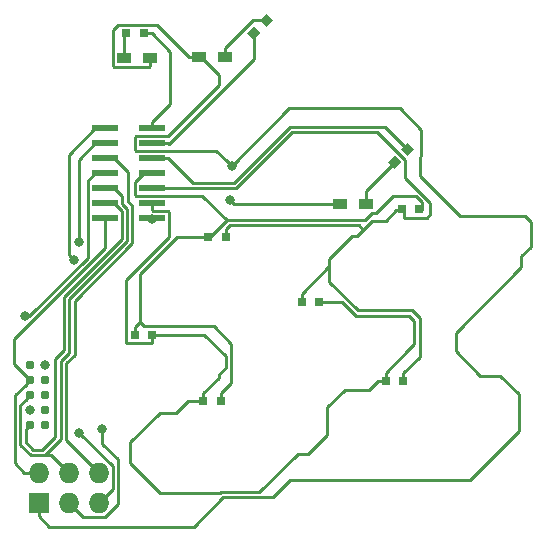
<source format=gbr>
G04 #@! TF.FileFunction,Copper,L2,Bot,Signal*
%FSLAX46Y46*%
G04 Gerber Fmt 4.6, Leading zero omitted, Abs format (unit mm)*
G04 Created by KiCad (PCBNEW 4.0.5+dfsg1-4) date Sun Sep 22 15:40:00 2019*
%MOMM*%
%LPD*%
G01*
G04 APERTURE LIST*
%ADD10C,0.100000*%
%ADD11R,0.797560X0.797560*%
%ADD12R,2.200000X0.600000*%
%ADD13R,1.727200X1.727200*%
%ADD14O,1.727200X1.727200*%
%ADD15R,1.200000X0.900000*%
%ADD16C,0.787400*%
%ADD17C,0.800000*%
%ADD18C,0.250000*%
G04 APERTURE END LIST*
D10*
D11*
X59750700Y-39300000D03*
X61249300Y-39300000D03*
X58400700Y-53850000D03*
X59899300Y-53850000D03*
X51275700Y-47175000D03*
X52774300Y-47175000D03*
X42950700Y-55575000D03*
X44449300Y-55575000D03*
X37150700Y-49975000D03*
X38649300Y-49975000D03*
X43375700Y-41700000D03*
X44874300Y-41700000D03*
X37924300Y-24450000D03*
X36425700Y-24450000D03*
D10*
G36*
X47222165Y-24969795D02*
X46658205Y-24405835D01*
X47222165Y-23841875D01*
X47786125Y-24405835D01*
X47222165Y-24969795D01*
X47222165Y-24969795D01*
G37*
G36*
X48281835Y-23910125D02*
X47717875Y-23346165D01*
X48281835Y-22782205D01*
X48845795Y-23346165D01*
X48281835Y-23910125D01*
X48281835Y-23910125D01*
G37*
G36*
X60219835Y-33704205D02*
X60783795Y-34268165D01*
X60219835Y-34832125D01*
X59655875Y-34268165D01*
X60219835Y-33704205D01*
X60219835Y-33704205D01*
G37*
G36*
X59160165Y-34763875D02*
X59724125Y-35327835D01*
X59160165Y-35891795D01*
X58596205Y-35327835D01*
X59160165Y-34763875D01*
X59160165Y-34763875D01*
G37*
D12*
X38625000Y-40105000D03*
X34625000Y-40105000D03*
X38625000Y-38835000D03*
X34625000Y-38835000D03*
X38625000Y-37565000D03*
X34625000Y-37565000D03*
X38625000Y-36295000D03*
X34625000Y-36295000D03*
X38625000Y-35025000D03*
X34625000Y-35025000D03*
X38625000Y-33755000D03*
X34625000Y-33755000D03*
X38625000Y-32485000D03*
X34625000Y-32485000D03*
D13*
X29025000Y-64200000D03*
D14*
X29025000Y-61660000D03*
X31565000Y-64200000D03*
X31565000Y-61660000D03*
X34105000Y-64200000D03*
X34105000Y-61660000D03*
D15*
X36235001Y-26520000D03*
X38435001Y-26520000D03*
X44788000Y-26416000D03*
X42588000Y-26416000D03*
X56726000Y-38862000D03*
X54526000Y-38862000D03*
D16*
X28305000Y-57615000D03*
X28305000Y-56345000D03*
X28305000Y-55075000D03*
X28305000Y-53805000D03*
X28305000Y-52535000D03*
X29575000Y-52535000D03*
X29575000Y-53805000D03*
X29575000Y-55075000D03*
X29575000Y-56345000D03*
X29575000Y-57615000D03*
D17*
X38611506Y-40197347D03*
X45350000Y-35670000D03*
X45260000Y-38560000D03*
X28305000Y-56345000D03*
X29575000Y-52535000D03*
X27845084Y-48395084D03*
X34390000Y-57980000D03*
X32410000Y-42070000D03*
X32470000Y-58261134D03*
X31989617Y-43609617D03*
D18*
X44339065Y-63390000D02*
X44442275Y-63286790D01*
X42950700Y-55575000D02*
X41665000Y-55575000D01*
X41665000Y-55575000D02*
X40650000Y-56590000D01*
X40650000Y-56590000D02*
X39260000Y-56590000D01*
X39260000Y-56590000D02*
X36780000Y-59070000D01*
X56981920Y-54620000D02*
X57751920Y-53850000D01*
X36780000Y-59070000D02*
X36780000Y-60850000D01*
X36780000Y-60850000D02*
X39320000Y-63390000D01*
X53440000Y-58430000D02*
X53440000Y-56110000D01*
X47693210Y-63286790D02*
X50960000Y-60020000D01*
X50960000Y-60020000D02*
X51850000Y-60020000D01*
X39320000Y-63390000D02*
X44339065Y-63390000D01*
X44442275Y-63286790D02*
X47693210Y-63286790D01*
X51850000Y-60020000D02*
X53440000Y-58430000D01*
X53440000Y-56110000D02*
X54930000Y-54620000D01*
X54930000Y-54620000D02*
X56981920Y-54620000D01*
X57751920Y-53850000D02*
X58400700Y-53850000D01*
X38625000Y-38835000D02*
X38625000Y-39385000D01*
X38716799Y-39476799D02*
X39987561Y-39476799D01*
X38625000Y-39385000D02*
X38716799Y-39476799D01*
X39987561Y-39476799D02*
X40053201Y-39542439D01*
X40053201Y-39542439D02*
X40053201Y-41725865D01*
X38571099Y-50701981D02*
X38649300Y-50623780D01*
X40053201Y-41725865D02*
X36423719Y-45355347D01*
X36423719Y-45355347D02*
X36423719Y-50636341D01*
X36423719Y-50636341D02*
X36489359Y-50701981D01*
X36489359Y-50701981D02*
X38571099Y-50701981D01*
X38649300Y-50623780D02*
X38649300Y-49975000D01*
X44840000Y-51800000D02*
X43015000Y-49975000D01*
X43015000Y-49975000D02*
X38649300Y-49975000D01*
X44840000Y-52770000D02*
X44840000Y-51800000D01*
X44286920Y-53590000D02*
X44286920Y-53323080D01*
X44286920Y-53323080D02*
X44840000Y-52770000D01*
X42950700Y-55575000D02*
X42950700Y-54926220D01*
X42950700Y-54926220D02*
X44286920Y-53590000D01*
X52774300Y-47175000D02*
X54695000Y-47175000D01*
X54695000Y-47175000D02*
X55860000Y-48340000D01*
X60410000Y-48340000D02*
X60830000Y-48760000D01*
X55860000Y-48340000D02*
X60410000Y-48340000D01*
X60830000Y-48760000D02*
X60830000Y-50750000D01*
X60830000Y-50750000D02*
X60311920Y-51268080D01*
X60311920Y-51268080D02*
X60311920Y-51290000D01*
X60311920Y-51290000D02*
X58400700Y-53201220D01*
X58400700Y-53201220D02*
X58400700Y-53850000D01*
X56480000Y-41080000D02*
X55940000Y-41620000D01*
X55940000Y-41620000D02*
X55580000Y-41620000D01*
X56480934Y-41080000D02*
X56480000Y-41080000D01*
X45222310Y-40703210D02*
X56104144Y-40703210D01*
X56104144Y-40703210D02*
X56480934Y-41080000D01*
X44874300Y-41700000D02*
X44874300Y-41051220D01*
X44874300Y-41051220D02*
X45222310Y-40703210D01*
X38625000Y-37565000D02*
X45705935Y-37565000D01*
X45705935Y-37565000D02*
X50457724Y-32813210D01*
X50457724Y-32813210D02*
X57673662Y-32813210D01*
X57673662Y-32813210D02*
X60052335Y-35191883D01*
X60052335Y-35191883D02*
X60052335Y-36713320D01*
X61888842Y-40048780D02*
X59950700Y-40048780D01*
X60052335Y-36713320D02*
X62176281Y-38837266D01*
X62176281Y-38837266D02*
X62176281Y-39761341D01*
X62176281Y-39761341D02*
X61888842Y-40048780D01*
X58391920Y-40310000D02*
X57250934Y-40310000D01*
X59950700Y-40048780D02*
X59950700Y-39400000D01*
X57250934Y-40310000D02*
X56480934Y-41080000D01*
X59950700Y-39400000D02*
X59301920Y-39400000D01*
X59301920Y-39400000D02*
X58391920Y-40310000D01*
X53631920Y-43568080D02*
X55580000Y-41620000D01*
X59899300Y-53850000D02*
X59899300Y-53201220D01*
X59899300Y-53201220D02*
X61283210Y-51817310D01*
X61283210Y-51817310D02*
X61283210Y-48572275D01*
X61283210Y-48572275D02*
X60597725Y-47886790D01*
X56047724Y-47886790D02*
X53631920Y-45470986D01*
X60597725Y-47886790D02*
X56047724Y-47886790D01*
X53631920Y-45470986D02*
X53631920Y-44170000D01*
X51275700Y-47175000D02*
X51275700Y-46526220D01*
X51275700Y-46526220D02*
X53631920Y-44170000D01*
X53631920Y-44170000D02*
X53631920Y-43568080D01*
X61449300Y-39400000D02*
X61449300Y-38751220D01*
X61449300Y-38751220D02*
X60928080Y-38230000D01*
X60928080Y-38230000D02*
X58998762Y-38230000D01*
X58998762Y-38230000D02*
X57558762Y-39670000D01*
X57558762Y-39670000D02*
X57250000Y-39670000D01*
X57250000Y-39670000D02*
X56670000Y-40250000D01*
X56670000Y-40250000D02*
X44935978Y-40250000D01*
X38625000Y-36295000D02*
X37904238Y-36295000D01*
X37904238Y-36295000D02*
X37196799Y-37002439D01*
X37196799Y-37002439D02*
X37196799Y-38127561D01*
X37196799Y-38127561D02*
X37262439Y-38193201D01*
X37262439Y-38193201D02*
X42879179Y-38193201D01*
X42879179Y-38193201D02*
X44935978Y-40250000D01*
X44449300Y-55575000D02*
X44449300Y-54926220D01*
X43838019Y-49248019D02*
X37951099Y-49248019D01*
X44449300Y-54926220D02*
X45340000Y-54035520D01*
X45340000Y-54035520D02*
X45340000Y-50750000D01*
X45340000Y-50750000D02*
X43838019Y-49248019D01*
X37951099Y-49248019D02*
X37590000Y-48886920D01*
X43375700Y-41700000D02*
X43485978Y-41700000D01*
X43485978Y-41700000D02*
X44935978Y-40250000D01*
X37590000Y-44830000D02*
X40720000Y-41700000D01*
X40720000Y-41700000D02*
X43375700Y-41700000D01*
X37590000Y-48886920D02*
X37590000Y-44830000D01*
X37150700Y-49975000D02*
X37150700Y-49326220D01*
X37150700Y-49326220D02*
X37590000Y-48886920D01*
X40140000Y-30420000D02*
X40140000Y-26016920D01*
X40140000Y-26016920D02*
X38573080Y-24450000D01*
X38573080Y-24450000D02*
X37924300Y-24450000D01*
X38625000Y-32485000D02*
X38625000Y-31935000D01*
X38625000Y-31935000D02*
X40140000Y-30420000D01*
X36235001Y-26520000D02*
X36235001Y-24640699D01*
X36235001Y-24640699D02*
X36425700Y-24450000D01*
X40030000Y-33810000D02*
X47222165Y-26617835D01*
X47222165Y-26617835D02*
X47222165Y-24405835D01*
X38625000Y-33755000D02*
X39975000Y-33755000D01*
X39975000Y-33755000D02*
X40030000Y-33810000D01*
X44788000Y-26416000D02*
X44788000Y-25716000D01*
X44788000Y-25716000D02*
X47157835Y-23346165D01*
X47157835Y-23346165D02*
X47617875Y-23346165D01*
X47617875Y-23346165D02*
X48281835Y-23346165D01*
X50270000Y-32360000D02*
X58311670Y-32360000D01*
X58311670Y-32360000D02*
X60219835Y-34268165D01*
X45518210Y-37111790D02*
X50270000Y-32360000D01*
X42061790Y-37111790D02*
X45518210Y-37111790D01*
X38625000Y-35025000D02*
X39975000Y-35025000D01*
X39975000Y-35025000D02*
X42061790Y-37111790D01*
X56726000Y-38862000D02*
X56726000Y-37762000D01*
X56726000Y-37762000D02*
X59160165Y-35327835D01*
X42588000Y-26416000D02*
X42738000Y-26416000D01*
X42738000Y-26416000D02*
X44292000Y-27970000D01*
X44292000Y-27970000D02*
X44292000Y-28822360D01*
X39987561Y-33126799D02*
X37262439Y-33126799D01*
X37262439Y-33126799D02*
X37196799Y-33192439D01*
X44292000Y-28822360D02*
X39987561Y-33126799D01*
X37196799Y-33192439D02*
X37196799Y-34317561D01*
X37196799Y-34317561D02*
X37262439Y-34383201D01*
X37262439Y-34383201D02*
X44063201Y-34383201D01*
X44063201Y-34383201D02*
X44950001Y-35270001D01*
X44950001Y-35270001D02*
X45350000Y-35670000D01*
X38435001Y-26520000D02*
X38435001Y-27220000D01*
X35306800Y-24180578D02*
X35764359Y-23723019D01*
X35764359Y-23723019D02*
X39045019Y-23723019D01*
X38435001Y-27220000D02*
X38356800Y-27298201D01*
X35372440Y-27298201D02*
X35306800Y-27232561D01*
X38356800Y-27298201D02*
X35372440Y-27298201D01*
X35306800Y-27232561D02*
X35306800Y-24180578D01*
X39045019Y-23723019D02*
X41738000Y-26416000D01*
X41738000Y-26416000D02*
X42588000Y-26416000D01*
X59580000Y-30780000D02*
X50240000Y-30780000D01*
X50240000Y-30780000D02*
X45350000Y-35670000D01*
X61410000Y-32610000D02*
X59580000Y-30780000D01*
X61410000Y-34810000D02*
X61410000Y-32610000D01*
X61340000Y-34880000D02*
X61410000Y-34810000D01*
X61340000Y-36550000D02*
X61340000Y-34880000D01*
X64710000Y-39920000D02*
X61340000Y-36550000D01*
X70190000Y-39920000D02*
X64710000Y-39920000D01*
X70670000Y-40400000D02*
X70190000Y-39920000D01*
X70670000Y-42540000D02*
X70670000Y-40400000D01*
X69890000Y-43320000D02*
X70670000Y-42540000D01*
X69890000Y-44210000D02*
X69890000Y-43320000D01*
X64320000Y-49780000D02*
X69890000Y-44210000D01*
X64320000Y-51370000D02*
X64320000Y-49780000D01*
X66380000Y-53430000D02*
X64320000Y-51370000D01*
X68090000Y-53430000D02*
X66380000Y-53430000D01*
X69660000Y-55000000D02*
X68090000Y-53430000D01*
X69660000Y-58140000D02*
X69660000Y-55000000D01*
X65540000Y-62260000D02*
X69660000Y-58140000D01*
X50330000Y-62260000D02*
X65540000Y-62260000D01*
X48850000Y-63740000D02*
X50330000Y-62260000D01*
X44630000Y-63740000D02*
X48850000Y-63740000D01*
X42160000Y-66210000D02*
X44630000Y-63740000D01*
X29921400Y-66210000D02*
X42160000Y-66210000D01*
X29025000Y-64200000D02*
X29025000Y-65313600D01*
X29025000Y-65313600D02*
X29921400Y-66210000D01*
X38625000Y-40105000D02*
X38625000Y-40183853D01*
X38625000Y-40183853D02*
X38611506Y-40197347D01*
X54526000Y-38862000D02*
X45562000Y-38862000D01*
X45562000Y-38862000D02*
X45260000Y-38560000D01*
X54526000Y-38862000D02*
X53258000Y-38862000D01*
X29025000Y-61660000D02*
X27803686Y-61660000D01*
X27803686Y-61660000D02*
X27004881Y-60861195D01*
X27004881Y-60861195D02*
X27004881Y-55105119D01*
X27911301Y-54198699D02*
X28305000Y-53805000D01*
X27004881Y-55105119D02*
X27911301Y-54198699D01*
X26970000Y-50300000D02*
X26970000Y-52470000D01*
X26970000Y-52470000D02*
X28305000Y-53805000D01*
X34625000Y-42645000D02*
X26970000Y-50300000D01*
X34625000Y-40105000D02*
X34625000Y-42645000D01*
X28305000Y-57615000D02*
X27911301Y-58008699D01*
X27911301Y-58008699D02*
X27911301Y-59075083D01*
X27911301Y-59075083D02*
X28544719Y-59708501D01*
X30420000Y-58623782D02*
X30420000Y-52019782D01*
X36053201Y-41857733D02*
X36053201Y-39463201D01*
X28544719Y-59708501D02*
X29335281Y-59708501D01*
X29335281Y-59708501D02*
X30420000Y-58623782D01*
X30420000Y-52019782D02*
X31150000Y-51289782D01*
X31150000Y-51289782D02*
X31150000Y-46760934D01*
X31150000Y-46760934D02*
X36053201Y-41857733D01*
X36053201Y-39463201D02*
X35425000Y-38835000D01*
X35425000Y-38835000D02*
X34625000Y-38835000D01*
X29523006Y-60161711D02*
X30873210Y-58811507D01*
X30873210Y-52207506D02*
X31603210Y-51477506D01*
X30873210Y-58811507D02*
X30873210Y-52207506D01*
X35425000Y-37565000D02*
X34625000Y-37565000D01*
X31603210Y-51477506D02*
X31603210Y-46948658D01*
X36100000Y-38869066D02*
X36100000Y-38240000D01*
X31603210Y-46948658D02*
X36506411Y-42045457D01*
X36506411Y-42045457D02*
X36506411Y-39275477D01*
X36506411Y-39275477D02*
X36100000Y-38869066D01*
X36100000Y-38240000D02*
X35425000Y-37565000D01*
X31565000Y-61660000D02*
X30066711Y-60161711D01*
X30066711Y-60161711D02*
X29523006Y-60161711D01*
X27458091Y-59262808D02*
X27458091Y-55921909D01*
X27911301Y-55468699D02*
X28305000Y-55075000D01*
X29523006Y-60161711D02*
X28356994Y-60161711D01*
X28356994Y-60161711D02*
X27458091Y-59262808D01*
X27458091Y-55921909D02*
X27911301Y-55468699D01*
X28324533Y-48304533D02*
X28233982Y-48395084D01*
X28233982Y-48395084D02*
X27845084Y-48395084D01*
X33196799Y-43432267D02*
X28324533Y-48304533D01*
X34625000Y-36295000D02*
X33825000Y-36295000D01*
X33196799Y-36923201D02*
X33196799Y-43432267D01*
X33825000Y-36295000D02*
X33196799Y-36923201D01*
X34105000Y-61660000D02*
X31326420Y-58881420D01*
X32056420Y-47276420D02*
X32056420Y-47136382D01*
X36553210Y-36153210D02*
X35425000Y-35025000D01*
X31326420Y-58881420D02*
X31326420Y-52395230D01*
X31326420Y-52395230D02*
X32080000Y-51641650D01*
X32080000Y-51641650D02*
X32080000Y-47300000D01*
X32080000Y-47300000D02*
X32056420Y-47276420D01*
X32056420Y-47136382D02*
X36959621Y-42233182D01*
X36553210Y-38681341D02*
X36553210Y-36153210D01*
X35425000Y-35025000D02*
X34625000Y-35025000D01*
X36959621Y-42233182D02*
X36959621Y-39087752D01*
X36959621Y-39087752D02*
X36553210Y-38681341D01*
X34410000Y-59171302D02*
X35750011Y-60511313D01*
X34390000Y-57980000D02*
X34390000Y-58545685D01*
X34390000Y-58545685D02*
X34410000Y-58565685D01*
X34410000Y-58565685D02*
X34410000Y-59171302D01*
X32410000Y-42070000D02*
X32410000Y-35170000D01*
X32410000Y-35170000D02*
X33825000Y-33755000D01*
X33825000Y-33755000D02*
X34625000Y-33755000D01*
X35750011Y-60511313D02*
X35750011Y-64318855D01*
X35750011Y-64318855D02*
X34677065Y-65391801D01*
X34677065Y-65391801D02*
X32756801Y-65391801D01*
X32428599Y-65063599D02*
X31565000Y-64200000D01*
X32756801Y-65391801D02*
X32428599Y-65063599D01*
X35296801Y-61087935D02*
X32470000Y-58261134D01*
X34625000Y-32485000D02*
X33825000Y-32485000D01*
X33825000Y-32485000D02*
X31589618Y-34720382D01*
X31589618Y-34720382D02*
X31589618Y-43209618D01*
X31589618Y-43209618D02*
X31989617Y-43609617D01*
X34105000Y-64200000D02*
X35296801Y-63008199D01*
X35296801Y-63008199D02*
X35296801Y-61087935D01*
M02*

</source>
